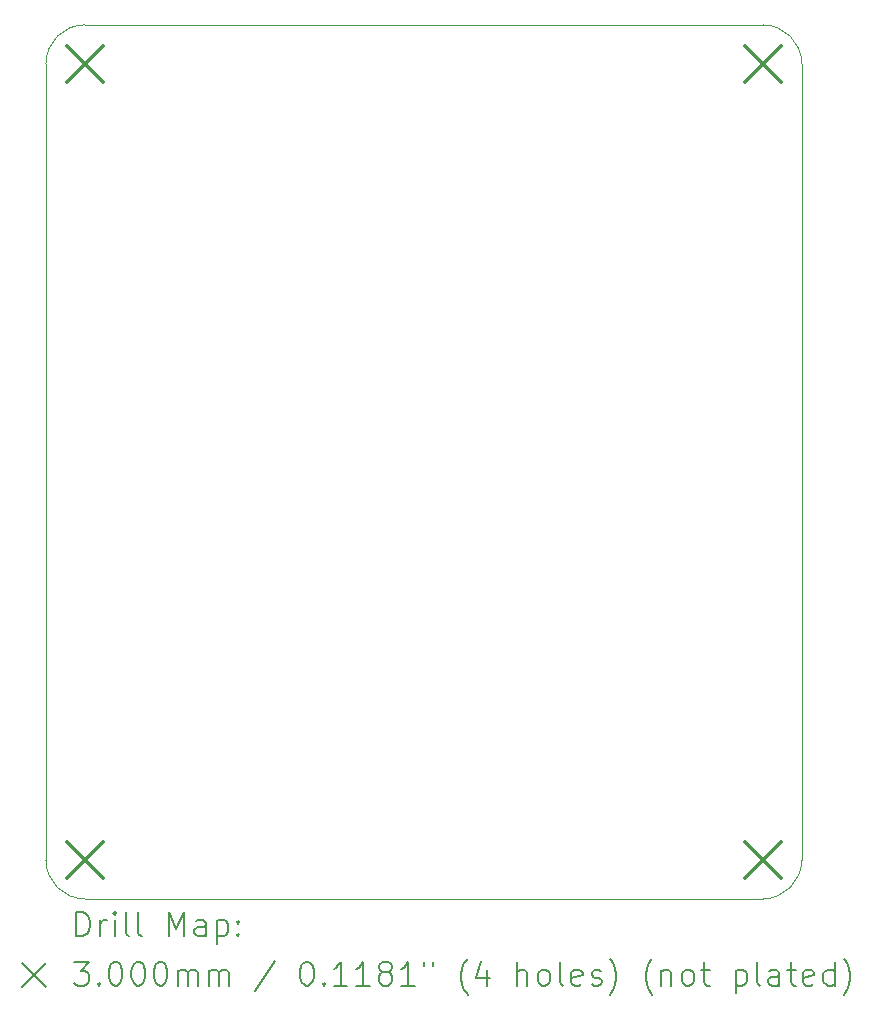
<source format=gbr>
%TF.GenerationSoftware,KiCad,Pcbnew,8.0.5*%
%TF.CreationDate,2024-10-20T03:08:29+02:00*%
%TF.ProjectId,Kingfisher,4b696e67-6669-4736-9865-722e6b696361,rev?*%
%TF.SameCoordinates,Original*%
%TF.FileFunction,Drillmap*%
%TF.FilePolarity,Positive*%
%FSLAX45Y45*%
G04 Gerber Fmt 4.5, Leading zero omitted, Abs format (unit mm)*
G04 Created by KiCad (PCBNEW 8.0.5) date 2024-10-20 03:08:29*
%MOMM*%
%LPD*%
G01*
G04 APERTURE LIST*
%ADD10C,0.050000*%
%ADD11C,0.200000*%
%ADD12C,0.300000*%
G04 APERTURE END LIST*
D10*
X12130000Y-6300000D02*
X17870000Y-6300000D01*
X17870000Y-6300000D02*
G75*
G02*
X18200000Y-6630000I0J-330000D01*
G01*
X18200000Y-13370000D02*
G75*
G02*
X17870000Y-13700000I-330000J0D01*
G01*
X11800000Y-13370000D02*
X11800000Y-6630000D01*
X12130000Y-13700000D02*
X17870000Y-13700000D01*
X12130000Y-13700000D02*
G75*
G02*
X11800000Y-13370000I0J330000D01*
G01*
X11800000Y-6630000D02*
G75*
G02*
X12130000Y-6300000I330000J0D01*
G01*
X18200000Y-6630000D02*
X18200000Y-13370000D01*
D11*
D12*
X11980000Y-6480000D02*
X12280000Y-6780000D01*
X12280000Y-6480000D02*
X11980000Y-6780000D01*
X11980000Y-13220000D02*
X12280000Y-13520000D01*
X12280000Y-13220000D02*
X11980000Y-13520000D01*
X17720000Y-6480000D02*
X18020000Y-6780000D01*
X18020000Y-6480000D02*
X17720000Y-6780000D01*
X17720000Y-13220000D02*
X18020000Y-13520000D01*
X18020000Y-13220000D02*
X17720000Y-13520000D01*
D11*
X12058277Y-14013984D02*
X12058277Y-13813984D01*
X12058277Y-13813984D02*
X12105896Y-13813984D01*
X12105896Y-13813984D02*
X12134467Y-13823508D01*
X12134467Y-13823508D02*
X12153515Y-13842555D01*
X12153515Y-13842555D02*
X12163039Y-13861603D01*
X12163039Y-13861603D02*
X12172562Y-13899698D01*
X12172562Y-13899698D02*
X12172562Y-13928269D01*
X12172562Y-13928269D02*
X12163039Y-13966365D01*
X12163039Y-13966365D02*
X12153515Y-13985412D01*
X12153515Y-13985412D02*
X12134467Y-14004460D01*
X12134467Y-14004460D02*
X12105896Y-14013984D01*
X12105896Y-14013984D02*
X12058277Y-14013984D01*
X12258277Y-14013984D02*
X12258277Y-13880650D01*
X12258277Y-13918746D02*
X12267801Y-13899698D01*
X12267801Y-13899698D02*
X12277324Y-13890174D01*
X12277324Y-13890174D02*
X12296372Y-13880650D01*
X12296372Y-13880650D02*
X12315420Y-13880650D01*
X12382086Y-14013984D02*
X12382086Y-13880650D01*
X12382086Y-13813984D02*
X12372562Y-13823508D01*
X12372562Y-13823508D02*
X12382086Y-13833031D01*
X12382086Y-13833031D02*
X12391610Y-13823508D01*
X12391610Y-13823508D02*
X12382086Y-13813984D01*
X12382086Y-13813984D02*
X12382086Y-13833031D01*
X12505896Y-14013984D02*
X12486848Y-14004460D01*
X12486848Y-14004460D02*
X12477324Y-13985412D01*
X12477324Y-13985412D02*
X12477324Y-13813984D01*
X12610658Y-14013984D02*
X12591610Y-14004460D01*
X12591610Y-14004460D02*
X12582086Y-13985412D01*
X12582086Y-13985412D02*
X12582086Y-13813984D01*
X12839229Y-14013984D02*
X12839229Y-13813984D01*
X12839229Y-13813984D02*
X12905896Y-13956841D01*
X12905896Y-13956841D02*
X12972562Y-13813984D01*
X12972562Y-13813984D02*
X12972562Y-14013984D01*
X13153515Y-14013984D02*
X13153515Y-13909222D01*
X13153515Y-13909222D02*
X13143991Y-13890174D01*
X13143991Y-13890174D02*
X13124943Y-13880650D01*
X13124943Y-13880650D02*
X13086848Y-13880650D01*
X13086848Y-13880650D02*
X13067801Y-13890174D01*
X13153515Y-14004460D02*
X13134467Y-14013984D01*
X13134467Y-14013984D02*
X13086848Y-14013984D01*
X13086848Y-14013984D02*
X13067801Y-14004460D01*
X13067801Y-14004460D02*
X13058277Y-13985412D01*
X13058277Y-13985412D02*
X13058277Y-13966365D01*
X13058277Y-13966365D02*
X13067801Y-13947317D01*
X13067801Y-13947317D02*
X13086848Y-13937793D01*
X13086848Y-13937793D02*
X13134467Y-13937793D01*
X13134467Y-13937793D02*
X13153515Y-13928269D01*
X13248753Y-13880650D02*
X13248753Y-14080650D01*
X13248753Y-13890174D02*
X13267801Y-13880650D01*
X13267801Y-13880650D02*
X13305896Y-13880650D01*
X13305896Y-13880650D02*
X13324943Y-13890174D01*
X13324943Y-13890174D02*
X13334467Y-13899698D01*
X13334467Y-13899698D02*
X13343991Y-13918746D01*
X13343991Y-13918746D02*
X13343991Y-13975888D01*
X13343991Y-13975888D02*
X13334467Y-13994936D01*
X13334467Y-13994936D02*
X13324943Y-14004460D01*
X13324943Y-14004460D02*
X13305896Y-14013984D01*
X13305896Y-14013984D02*
X13267801Y-14013984D01*
X13267801Y-14013984D02*
X13248753Y-14004460D01*
X13429705Y-13994936D02*
X13439229Y-14004460D01*
X13439229Y-14004460D02*
X13429705Y-14013984D01*
X13429705Y-14013984D02*
X13420182Y-14004460D01*
X13420182Y-14004460D02*
X13429705Y-13994936D01*
X13429705Y-13994936D02*
X13429705Y-14013984D01*
X13429705Y-13890174D02*
X13439229Y-13899698D01*
X13439229Y-13899698D02*
X13429705Y-13909222D01*
X13429705Y-13909222D02*
X13420182Y-13899698D01*
X13420182Y-13899698D02*
X13429705Y-13890174D01*
X13429705Y-13890174D02*
X13429705Y-13909222D01*
X11597500Y-14242500D02*
X11797500Y-14442500D01*
X11797500Y-14242500D02*
X11597500Y-14442500D01*
X12039229Y-14233984D02*
X12163039Y-14233984D01*
X12163039Y-14233984D02*
X12096372Y-14310174D01*
X12096372Y-14310174D02*
X12124943Y-14310174D01*
X12124943Y-14310174D02*
X12143991Y-14319698D01*
X12143991Y-14319698D02*
X12153515Y-14329222D01*
X12153515Y-14329222D02*
X12163039Y-14348269D01*
X12163039Y-14348269D02*
X12163039Y-14395888D01*
X12163039Y-14395888D02*
X12153515Y-14414936D01*
X12153515Y-14414936D02*
X12143991Y-14424460D01*
X12143991Y-14424460D02*
X12124943Y-14433984D01*
X12124943Y-14433984D02*
X12067801Y-14433984D01*
X12067801Y-14433984D02*
X12048753Y-14424460D01*
X12048753Y-14424460D02*
X12039229Y-14414936D01*
X12248753Y-14414936D02*
X12258277Y-14424460D01*
X12258277Y-14424460D02*
X12248753Y-14433984D01*
X12248753Y-14433984D02*
X12239229Y-14424460D01*
X12239229Y-14424460D02*
X12248753Y-14414936D01*
X12248753Y-14414936D02*
X12248753Y-14433984D01*
X12382086Y-14233984D02*
X12401134Y-14233984D01*
X12401134Y-14233984D02*
X12420182Y-14243508D01*
X12420182Y-14243508D02*
X12429705Y-14253031D01*
X12429705Y-14253031D02*
X12439229Y-14272079D01*
X12439229Y-14272079D02*
X12448753Y-14310174D01*
X12448753Y-14310174D02*
X12448753Y-14357793D01*
X12448753Y-14357793D02*
X12439229Y-14395888D01*
X12439229Y-14395888D02*
X12429705Y-14414936D01*
X12429705Y-14414936D02*
X12420182Y-14424460D01*
X12420182Y-14424460D02*
X12401134Y-14433984D01*
X12401134Y-14433984D02*
X12382086Y-14433984D01*
X12382086Y-14433984D02*
X12363039Y-14424460D01*
X12363039Y-14424460D02*
X12353515Y-14414936D01*
X12353515Y-14414936D02*
X12343991Y-14395888D01*
X12343991Y-14395888D02*
X12334467Y-14357793D01*
X12334467Y-14357793D02*
X12334467Y-14310174D01*
X12334467Y-14310174D02*
X12343991Y-14272079D01*
X12343991Y-14272079D02*
X12353515Y-14253031D01*
X12353515Y-14253031D02*
X12363039Y-14243508D01*
X12363039Y-14243508D02*
X12382086Y-14233984D01*
X12572562Y-14233984D02*
X12591610Y-14233984D01*
X12591610Y-14233984D02*
X12610658Y-14243508D01*
X12610658Y-14243508D02*
X12620182Y-14253031D01*
X12620182Y-14253031D02*
X12629705Y-14272079D01*
X12629705Y-14272079D02*
X12639229Y-14310174D01*
X12639229Y-14310174D02*
X12639229Y-14357793D01*
X12639229Y-14357793D02*
X12629705Y-14395888D01*
X12629705Y-14395888D02*
X12620182Y-14414936D01*
X12620182Y-14414936D02*
X12610658Y-14424460D01*
X12610658Y-14424460D02*
X12591610Y-14433984D01*
X12591610Y-14433984D02*
X12572562Y-14433984D01*
X12572562Y-14433984D02*
X12553515Y-14424460D01*
X12553515Y-14424460D02*
X12543991Y-14414936D01*
X12543991Y-14414936D02*
X12534467Y-14395888D01*
X12534467Y-14395888D02*
X12524943Y-14357793D01*
X12524943Y-14357793D02*
X12524943Y-14310174D01*
X12524943Y-14310174D02*
X12534467Y-14272079D01*
X12534467Y-14272079D02*
X12543991Y-14253031D01*
X12543991Y-14253031D02*
X12553515Y-14243508D01*
X12553515Y-14243508D02*
X12572562Y-14233984D01*
X12763039Y-14233984D02*
X12782086Y-14233984D01*
X12782086Y-14233984D02*
X12801134Y-14243508D01*
X12801134Y-14243508D02*
X12810658Y-14253031D01*
X12810658Y-14253031D02*
X12820182Y-14272079D01*
X12820182Y-14272079D02*
X12829705Y-14310174D01*
X12829705Y-14310174D02*
X12829705Y-14357793D01*
X12829705Y-14357793D02*
X12820182Y-14395888D01*
X12820182Y-14395888D02*
X12810658Y-14414936D01*
X12810658Y-14414936D02*
X12801134Y-14424460D01*
X12801134Y-14424460D02*
X12782086Y-14433984D01*
X12782086Y-14433984D02*
X12763039Y-14433984D01*
X12763039Y-14433984D02*
X12743991Y-14424460D01*
X12743991Y-14424460D02*
X12734467Y-14414936D01*
X12734467Y-14414936D02*
X12724943Y-14395888D01*
X12724943Y-14395888D02*
X12715420Y-14357793D01*
X12715420Y-14357793D02*
X12715420Y-14310174D01*
X12715420Y-14310174D02*
X12724943Y-14272079D01*
X12724943Y-14272079D02*
X12734467Y-14253031D01*
X12734467Y-14253031D02*
X12743991Y-14243508D01*
X12743991Y-14243508D02*
X12763039Y-14233984D01*
X12915420Y-14433984D02*
X12915420Y-14300650D01*
X12915420Y-14319698D02*
X12924943Y-14310174D01*
X12924943Y-14310174D02*
X12943991Y-14300650D01*
X12943991Y-14300650D02*
X12972563Y-14300650D01*
X12972563Y-14300650D02*
X12991610Y-14310174D01*
X12991610Y-14310174D02*
X13001134Y-14329222D01*
X13001134Y-14329222D02*
X13001134Y-14433984D01*
X13001134Y-14329222D02*
X13010658Y-14310174D01*
X13010658Y-14310174D02*
X13029705Y-14300650D01*
X13029705Y-14300650D02*
X13058277Y-14300650D01*
X13058277Y-14300650D02*
X13077324Y-14310174D01*
X13077324Y-14310174D02*
X13086848Y-14329222D01*
X13086848Y-14329222D02*
X13086848Y-14433984D01*
X13182086Y-14433984D02*
X13182086Y-14300650D01*
X13182086Y-14319698D02*
X13191610Y-14310174D01*
X13191610Y-14310174D02*
X13210658Y-14300650D01*
X13210658Y-14300650D02*
X13239229Y-14300650D01*
X13239229Y-14300650D02*
X13258277Y-14310174D01*
X13258277Y-14310174D02*
X13267801Y-14329222D01*
X13267801Y-14329222D02*
X13267801Y-14433984D01*
X13267801Y-14329222D02*
X13277324Y-14310174D01*
X13277324Y-14310174D02*
X13296372Y-14300650D01*
X13296372Y-14300650D02*
X13324943Y-14300650D01*
X13324943Y-14300650D02*
X13343991Y-14310174D01*
X13343991Y-14310174D02*
X13353515Y-14329222D01*
X13353515Y-14329222D02*
X13353515Y-14433984D01*
X13743991Y-14224460D02*
X13572563Y-14481603D01*
X14001134Y-14233984D02*
X14020182Y-14233984D01*
X14020182Y-14233984D02*
X14039229Y-14243508D01*
X14039229Y-14243508D02*
X14048753Y-14253031D01*
X14048753Y-14253031D02*
X14058277Y-14272079D01*
X14058277Y-14272079D02*
X14067801Y-14310174D01*
X14067801Y-14310174D02*
X14067801Y-14357793D01*
X14067801Y-14357793D02*
X14058277Y-14395888D01*
X14058277Y-14395888D02*
X14048753Y-14414936D01*
X14048753Y-14414936D02*
X14039229Y-14424460D01*
X14039229Y-14424460D02*
X14020182Y-14433984D01*
X14020182Y-14433984D02*
X14001134Y-14433984D01*
X14001134Y-14433984D02*
X13982086Y-14424460D01*
X13982086Y-14424460D02*
X13972563Y-14414936D01*
X13972563Y-14414936D02*
X13963039Y-14395888D01*
X13963039Y-14395888D02*
X13953515Y-14357793D01*
X13953515Y-14357793D02*
X13953515Y-14310174D01*
X13953515Y-14310174D02*
X13963039Y-14272079D01*
X13963039Y-14272079D02*
X13972563Y-14253031D01*
X13972563Y-14253031D02*
X13982086Y-14243508D01*
X13982086Y-14243508D02*
X14001134Y-14233984D01*
X14153515Y-14414936D02*
X14163039Y-14424460D01*
X14163039Y-14424460D02*
X14153515Y-14433984D01*
X14153515Y-14433984D02*
X14143991Y-14424460D01*
X14143991Y-14424460D02*
X14153515Y-14414936D01*
X14153515Y-14414936D02*
X14153515Y-14433984D01*
X14353515Y-14433984D02*
X14239229Y-14433984D01*
X14296372Y-14433984D02*
X14296372Y-14233984D01*
X14296372Y-14233984D02*
X14277325Y-14262555D01*
X14277325Y-14262555D02*
X14258277Y-14281603D01*
X14258277Y-14281603D02*
X14239229Y-14291127D01*
X14543991Y-14433984D02*
X14429706Y-14433984D01*
X14486848Y-14433984D02*
X14486848Y-14233984D01*
X14486848Y-14233984D02*
X14467801Y-14262555D01*
X14467801Y-14262555D02*
X14448753Y-14281603D01*
X14448753Y-14281603D02*
X14429706Y-14291127D01*
X14658277Y-14319698D02*
X14639229Y-14310174D01*
X14639229Y-14310174D02*
X14629706Y-14300650D01*
X14629706Y-14300650D02*
X14620182Y-14281603D01*
X14620182Y-14281603D02*
X14620182Y-14272079D01*
X14620182Y-14272079D02*
X14629706Y-14253031D01*
X14629706Y-14253031D02*
X14639229Y-14243508D01*
X14639229Y-14243508D02*
X14658277Y-14233984D01*
X14658277Y-14233984D02*
X14696372Y-14233984D01*
X14696372Y-14233984D02*
X14715420Y-14243508D01*
X14715420Y-14243508D02*
X14724944Y-14253031D01*
X14724944Y-14253031D02*
X14734467Y-14272079D01*
X14734467Y-14272079D02*
X14734467Y-14281603D01*
X14734467Y-14281603D02*
X14724944Y-14300650D01*
X14724944Y-14300650D02*
X14715420Y-14310174D01*
X14715420Y-14310174D02*
X14696372Y-14319698D01*
X14696372Y-14319698D02*
X14658277Y-14319698D01*
X14658277Y-14319698D02*
X14639229Y-14329222D01*
X14639229Y-14329222D02*
X14629706Y-14338746D01*
X14629706Y-14338746D02*
X14620182Y-14357793D01*
X14620182Y-14357793D02*
X14620182Y-14395888D01*
X14620182Y-14395888D02*
X14629706Y-14414936D01*
X14629706Y-14414936D02*
X14639229Y-14424460D01*
X14639229Y-14424460D02*
X14658277Y-14433984D01*
X14658277Y-14433984D02*
X14696372Y-14433984D01*
X14696372Y-14433984D02*
X14715420Y-14424460D01*
X14715420Y-14424460D02*
X14724944Y-14414936D01*
X14724944Y-14414936D02*
X14734467Y-14395888D01*
X14734467Y-14395888D02*
X14734467Y-14357793D01*
X14734467Y-14357793D02*
X14724944Y-14338746D01*
X14724944Y-14338746D02*
X14715420Y-14329222D01*
X14715420Y-14329222D02*
X14696372Y-14319698D01*
X14924944Y-14433984D02*
X14810658Y-14433984D01*
X14867801Y-14433984D02*
X14867801Y-14233984D01*
X14867801Y-14233984D02*
X14848753Y-14262555D01*
X14848753Y-14262555D02*
X14829706Y-14281603D01*
X14829706Y-14281603D02*
X14810658Y-14291127D01*
X15001134Y-14233984D02*
X15001134Y-14272079D01*
X15077325Y-14233984D02*
X15077325Y-14272079D01*
X15372563Y-14510174D02*
X15363039Y-14500650D01*
X15363039Y-14500650D02*
X15343991Y-14472079D01*
X15343991Y-14472079D02*
X15334468Y-14453031D01*
X15334468Y-14453031D02*
X15324944Y-14424460D01*
X15324944Y-14424460D02*
X15315420Y-14376841D01*
X15315420Y-14376841D02*
X15315420Y-14338746D01*
X15315420Y-14338746D02*
X15324944Y-14291127D01*
X15324944Y-14291127D02*
X15334468Y-14262555D01*
X15334468Y-14262555D02*
X15343991Y-14243508D01*
X15343991Y-14243508D02*
X15363039Y-14214936D01*
X15363039Y-14214936D02*
X15372563Y-14205412D01*
X15534468Y-14300650D02*
X15534468Y-14433984D01*
X15486848Y-14224460D02*
X15439229Y-14367317D01*
X15439229Y-14367317D02*
X15563039Y-14367317D01*
X15791610Y-14433984D02*
X15791610Y-14233984D01*
X15877325Y-14433984D02*
X15877325Y-14329222D01*
X15877325Y-14329222D02*
X15867801Y-14310174D01*
X15867801Y-14310174D02*
X15848753Y-14300650D01*
X15848753Y-14300650D02*
X15820182Y-14300650D01*
X15820182Y-14300650D02*
X15801134Y-14310174D01*
X15801134Y-14310174D02*
X15791610Y-14319698D01*
X16001134Y-14433984D02*
X15982087Y-14424460D01*
X15982087Y-14424460D02*
X15972563Y-14414936D01*
X15972563Y-14414936D02*
X15963039Y-14395888D01*
X15963039Y-14395888D02*
X15963039Y-14338746D01*
X15963039Y-14338746D02*
X15972563Y-14319698D01*
X15972563Y-14319698D02*
X15982087Y-14310174D01*
X15982087Y-14310174D02*
X16001134Y-14300650D01*
X16001134Y-14300650D02*
X16029706Y-14300650D01*
X16029706Y-14300650D02*
X16048753Y-14310174D01*
X16048753Y-14310174D02*
X16058277Y-14319698D01*
X16058277Y-14319698D02*
X16067801Y-14338746D01*
X16067801Y-14338746D02*
X16067801Y-14395888D01*
X16067801Y-14395888D02*
X16058277Y-14414936D01*
X16058277Y-14414936D02*
X16048753Y-14424460D01*
X16048753Y-14424460D02*
X16029706Y-14433984D01*
X16029706Y-14433984D02*
X16001134Y-14433984D01*
X16182087Y-14433984D02*
X16163039Y-14424460D01*
X16163039Y-14424460D02*
X16153515Y-14405412D01*
X16153515Y-14405412D02*
X16153515Y-14233984D01*
X16334468Y-14424460D02*
X16315420Y-14433984D01*
X16315420Y-14433984D02*
X16277325Y-14433984D01*
X16277325Y-14433984D02*
X16258277Y-14424460D01*
X16258277Y-14424460D02*
X16248753Y-14405412D01*
X16248753Y-14405412D02*
X16248753Y-14329222D01*
X16248753Y-14329222D02*
X16258277Y-14310174D01*
X16258277Y-14310174D02*
X16277325Y-14300650D01*
X16277325Y-14300650D02*
X16315420Y-14300650D01*
X16315420Y-14300650D02*
X16334468Y-14310174D01*
X16334468Y-14310174D02*
X16343991Y-14329222D01*
X16343991Y-14329222D02*
X16343991Y-14348269D01*
X16343991Y-14348269D02*
X16248753Y-14367317D01*
X16420182Y-14424460D02*
X16439230Y-14433984D01*
X16439230Y-14433984D02*
X16477325Y-14433984D01*
X16477325Y-14433984D02*
X16496372Y-14424460D01*
X16496372Y-14424460D02*
X16505896Y-14405412D01*
X16505896Y-14405412D02*
X16505896Y-14395888D01*
X16505896Y-14395888D02*
X16496372Y-14376841D01*
X16496372Y-14376841D02*
X16477325Y-14367317D01*
X16477325Y-14367317D02*
X16448753Y-14367317D01*
X16448753Y-14367317D02*
X16429706Y-14357793D01*
X16429706Y-14357793D02*
X16420182Y-14338746D01*
X16420182Y-14338746D02*
X16420182Y-14329222D01*
X16420182Y-14329222D02*
X16429706Y-14310174D01*
X16429706Y-14310174D02*
X16448753Y-14300650D01*
X16448753Y-14300650D02*
X16477325Y-14300650D01*
X16477325Y-14300650D02*
X16496372Y-14310174D01*
X16572563Y-14510174D02*
X16582087Y-14500650D01*
X16582087Y-14500650D02*
X16601134Y-14472079D01*
X16601134Y-14472079D02*
X16610658Y-14453031D01*
X16610658Y-14453031D02*
X16620182Y-14424460D01*
X16620182Y-14424460D02*
X16629706Y-14376841D01*
X16629706Y-14376841D02*
X16629706Y-14338746D01*
X16629706Y-14338746D02*
X16620182Y-14291127D01*
X16620182Y-14291127D02*
X16610658Y-14262555D01*
X16610658Y-14262555D02*
X16601134Y-14243508D01*
X16601134Y-14243508D02*
X16582087Y-14214936D01*
X16582087Y-14214936D02*
X16572563Y-14205412D01*
X16934468Y-14510174D02*
X16924944Y-14500650D01*
X16924944Y-14500650D02*
X16905896Y-14472079D01*
X16905896Y-14472079D02*
X16896373Y-14453031D01*
X16896373Y-14453031D02*
X16886849Y-14424460D01*
X16886849Y-14424460D02*
X16877325Y-14376841D01*
X16877325Y-14376841D02*
X16877325Y-14338746D01*
X16877325Y-14338746D02*
X16886849Y-14291127D01*
X16886849Y-14291127D02*
X16896373Y-14262555D01*
X16896373Y-14262555D02*
X16905896Y-14243508D01*
X16905896Y-14243508D02*
X16924944Y-14214936D01*
X16924944Y-14214936D02*
X16934468Y-14205412D01*
X17010658Y-14300650D02*
X17010658Y-14433984D01*
X17010658Y-14319698D02*
X17020182Y-14310174D01*
X17020182Y-14310174D02*
X17039230Y-14300650D01*
X17039230Y-14300650D02*
X17067801Y-14300650D01*
X17067801Y-14300650D02*
X17086849Y-14310174D01*
X17086849Y-14310174D02*
X17096373Y-14329222D01*
X17096373Y-14329222D02*
X17096373Y-14433984D01*
X17220182Y-14433984D02*
X17201134Y-14424460D01*
X17201134Y-14424460D02*
X17191611Y-14414936D01*
X17191611Y-14414936D02*
X17182087Y-14395888D01*
X17182087Y-14395888D02*
X17182087Y-14338746D01*
X17182087Y-14338746D02*
X17191611Y-14319698D01*
X17191611Y-14319698D02*
X17201134Y-14310174D01*
X17201134Y-14310174D02*
X17220182Y-14300650D01*
X17220182Y-14300650D02*
X17248754Y-14300650D01*
X17248754Y-14300650D02*
X17267801Y-14310174D01*
X17267801Y-14310174D02*
X17277325Y-14319698D01*
X17277325Y-14319698D02*
X17286849Y-14338746D01*
X17286849Y-14338746D02*
X17286849Y-14395888D01*
X17286849Y-14395888D02*
X17277325Y-14414936D01*
X17277325Y-14414936D02*
X17267801Y-14424460D01*
X17267801Y-14424460D02*
X17248754Y-14433984D01*
X17248754Y-14433984D02*
X17220182Y-14433984D01*
X17343992Y-14300650D02*
X17420182Y-14300650D01*
X17372563Y-14233984D02*
X17372563Y-14405412D01*
X17372563Y-14405412D02*
X17382087Y-14424460D01*
X17382087Y-14424460D02*
X17401134Y-14433984D01*
X17401134Y-14433984D02*
X17420182Y-14433984D01*
X17639230Y-14300650D02*
X17639230Y-14500650D01*
X17639230Y-14310174D02*
X17658277Y-14300650D01*
X17658277Y-14300650D02*
X17696373Y-14300650D01*
X17696373Y-14300650D02*
X17715420Y-14310174D01*
X17715420Y-14310174D02*
X17724944Y-14319698D01*
X17724944Y-14319698D02*
X17734468Y-14338746D01*
X17734468Y-14338746D02*
X17734468Y-14395888D01*
X17734468Y-14395888D02*
X17724944Y-14414936D01*
X17724944Y-14414936D02*
X17715420Y-14424460D01*
X17715420Y-14424460D02*
X17696373Y-14433984D01*
X17696373Y-14433984D02*
X17658277Y-14433984D01*
X17658277Y-14433984D02*
X17639230Y-14424460D01*
X17848754Y-14433984D02*
X17829706Y-14424460D01*
X17829706Y-14424460D02*
X17820182Y-14405412D01*
X17820182Y-14405412D02*
X17820182Y-14233984D01*
X18010658Y-14433984D02*
X18010658Y-14329222D01*
X18010658Y-14329222D02*
X18001135Y-14310174D01*
X18001135Y-14310174D02*
X17982087Y-14300650D01*
X17982087Y-14300650D02*
X17943992Y-14300650D01*
X17943992Y-14300650D02*
X17924944Y-14310174D01*
X18010658Y-14424460D02*
X17991611Y-14433984D01*
X17991611Y-14433984D02*
X17943992Y-14433984D01*
X17943992Y-14433984D02*
X17924944Y-14424460D01*
X17924944Y-14424460D02*
X17915420Y-14405412D01*
X17915420Y-14405412D02*
X17915420Y-14386365D01*
X17915420Y-14386365D02*
X17924944Y-14367317D01*
X17924944Y-14367317D02*
X17943992Y-14357793D01*
X17943992Y-14357793D02*
X17991611Y-14357793D01*
X17991611Y-14357793D02*
X18010658Y-14348269D01*
X18077325Y-14300650D02*
X18153515Y-14300650D01*
X18105896Y-14233984D02*
X18105896Y-14405412D01*
X18105896Y-14405412D02*
X18115420Y-14424460D01*
X18115420Y-14424460D02*
X18134468Y-14433984D01*
X18134468Y-14433984D02*
X18153515Y-14433984D01*
X18296373Y-14424460D02*
X18277325Y-14433984D01*
X18277325Y-14433984D02*
X18239230Y-14433984D01*
X18239230Y-14433984D02*
X18220182Y-14424460D01*
X18220182Y-14424460D02*
X18210658Y-14405412D01*
X18210658Y-14405412D02*
X18210658Y-14329222D01*
X18210658Y-14329222D02*
X18220182Y-14310174D01*
X18220182Y-14310174D02*
X18239230Y-14300650D01*
X18239230Y-14300650D02*
X18277325Y-14300650D01*
X18277325Y-14300650D02*
X18296373Y-14310174D01*
X18296373Y-14310174D02*
X18305896Y-14329222D01*
X18305896Y-14329222D02*
X18305896Y-14348269D01*
X18305896Y-14348269D02*
X18210658Y-14367317D01*
X18477325Y-14433984D02*
X18477325Y-14233984D01*
X18477325Y-14424460D02*
X18458277Y-14433984D01*
X18458277Y-14433984D02*
X18420182Y-14433984D01*
X18420182Y-14433984D02*
X18401135Y-14424460D01*
X18401135Y-14424460D02*
X18391611Y-14414936D01*
X18391611Y-14414936D02*
X18382087Y-14395888D01*
X18382087Y-14395888D02*
X18382087Y-14338746D01*
X18382087Y-14338746D02*
X18391611Y-14319698D01*
X18391611Y-14319698D02*
X18401135Y-14310174D01*
X18401135Y-14310174D02*
X18420182Y-14300650D01*
X18420182Y-14300650D02*
X18458277Y-14300650D01*
X18458277Y-14300650D02*
X18477325Y-14310174D01*
X18553516Y-14510174D02*
X18563039Y-14500650D01*
X18563039Y-14500650D02*
X18582087Y-14472079D01*
X18582087Y-14472079D02*
X18591611Y-14453031D01*
X18591611Y-14453031D02*
X18601135Y-14424460D01*
X18601135Y-14424460D02*
X18610658Y-14376841D01*
X18610658Y-14376841D02*
X18610658Y-14338746D01*
X18610658Y-14338746D02*
X18601135Y-14291127D01*
X18601135Y-14291127D02*
X18591611Y-14262555D01*
X18591611Y-14262555D02*
X18582087Y-14243508D01*
X18582087Y-14243508D02*
X18563039Y-14214936D01*
X18563039Y-14214936D02*
X18553516Y-14205412D01*
M02*

</source>
